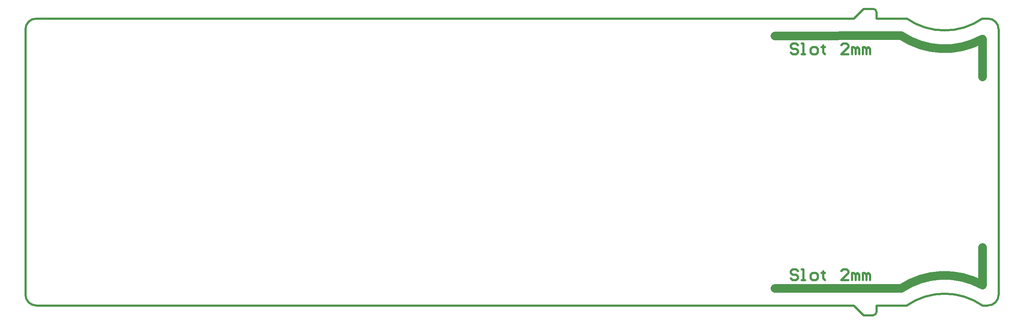
<source format=gbr>
%TF.GenerationSoftware,Altium Limited,Altium Designer,20.0.1 (14)*%
G04 Layer_Color=8388736*
%FSLAX25Y25*%
%MOIN*%
%TF.FileFunction,Other,BoardOutline*%
%TF.Part,Single*%
G01*
G75*
%TA.AperFunction,NonConductor*%
%ADD48C,0.02000*%
%ADD57C,0.07874*%
D48*
X784193Y51209D02*
G03*
X854193Y51209I35000J50182D01*
G01*
X854231Y-214828D02*
G03*
X784231Y-214828I-35000J-50182D01*
G01*
X869193Y41209D02*
G03*
X859193Y51209I-10000J0D01*
G01*
Y-214791D02*
G03*
X869193Y-204791I0J10000D01*
G01*
X-20807Y51209D02*
G03*
X-30807Y41209I0J-10000D01*
G01*
Y-204791D02*
G03*
X-20807Y-214791I10000J0D01*
G01*
X756193Y57209D02*
G03*
X753193Y60210I-3000J0D01*
G01*
Y-223791D02*
G03*
X756193Y-220791I0J3000D01*
G01*
X-20807Y51209D02*
X735193D01*
X-20807Y-214791D02*
X735231D01*
X735193Y51209D02*
X744193Y60210D01*
X735193Y-214791D02*
X744193Y-223791D01*
X854193Y51209D02*
X859193D01*
X854231Y-214828D02*
X859231D01*
X756193Y51209D02*
X784193D01*
X756193Y-214828D02*
X784231D01*
X744193Y60210D02*
X753193D01*
X744193Y-223791D02*
X753193D01*
X869193Y-204791D02*
Y41209D01*
X-30807Y-204791D02*
Y41209D01*
X756193Y51209D02*
Y57209D01*
Y-220791D02*
Y-214791D01*
X683665Y-183069D02*
X681998Y-181403D01*
X678666D01*
X677000Y-183069D01*
Y-184736D01*
X678666Y-186402D01*
X681998D01*
X683665Y-188068D01*
Y-189734D01*
X681998Y-191400D01*
X678666D01*
X677000Y-189734D01*
X686997Y-191400D02*
X690329D01*
X688663D01*
Y-181403D01*
X686997D01*
X696993Y-191400D02*
X700326D01*
X701992Y-189734D01*
Y-186402D01*
X700326Y-184736D01*
X696993D01*
X695327Y-186402D01*
Y-189734D01*
X696993Y-191400D01*
X706990Y-183069D02*
Y-184736D01*
X705324D01*
X708656D01*
X706990D01*
Y-189734D01*
X708656Y-191400D01*
X730316D02*
X723652D01*
X730316Y-184736D01*
Y-183069D01*
X728650Y-181403D01*
X725318D01*
X723652Y-183069D01*
X733648Y-191400D02*
Y-184736D01*
X735315D01*
X736981Y-186402D01*
Y-191400D01*
Y-186402D01*
X738647Y-184736D01*
X740313Y-186402D01*
Y-191400D01*
X743645D02*
Y-184736D01*
X745311D01*
X746977Y-186402D01*
Y-191400D01*
Y-186402D01*
X748643Y-184736D01*
X750310Y-186402D01*
Y-191400D01*
X683665Y26531D02*
X681998Y28197D01*
X678666D01*
X677000Y26531D01*
Y24864D01*
X678666Y23198D01*
X681998D01*
X683665Y21532D01*
Y19866D01*
X681998Y18200D01*
X678666D01*
X677000Y19866D01*
X686997Y18200D02*
X690329D01*
X688663D01*
Y28197D01*
X686997D01*
X696993Y18200D02*
X700326D01*
X701992Y19866D01*
Y23198D01*
X700326Y24864D01*
X696993D01*
X695327Y23198D01*
Y19866D01*
X696993Y18200D01*
X706990Y26531D02*
Y24864D01*
X705324D01*
X708656D01*
X706990D01*
Y19866D01*
X708656Y18200D01*
X730316D02*
X723652D01*
X730316Y24864D01*
Y26531D01*
X728650Y28197D01*
X725318D01*
X723652Y26531D01*
X733648Y18200D02*
Y24864D01*
X735315D01*
X736981Y23198D01*
Y18200D01*
Y23198D01*
X738647Y24864D01*
X740313Y23198D01*
Y18200D01*
X743645D02*
Y24864D01*
X745311D01*
X746977Y23198D01*
Y18200D01*
Y23198D01*
X748643Y24864D01*
X750310Y23198D01*
Y18200D01*
D57*
X779203Y35225D02*
G03*
X854193Y32209I39990J60540D01*
G01*
X854231Y-195828D02*
G03*
X779241Y-198843I-35000J-63556D01*
G01*
X662231Y-198828D02*
X779241Y-198843D01*
X662193Y35209D02*
X779203Y35225D01*
X854193Y-2791D02*
Y32209D01*
X854231Y-195828D02*
Y-160828D01*
%TF.MD5,975aca4f18cbbc869fc92a1465264449*%
M02*

</source>
